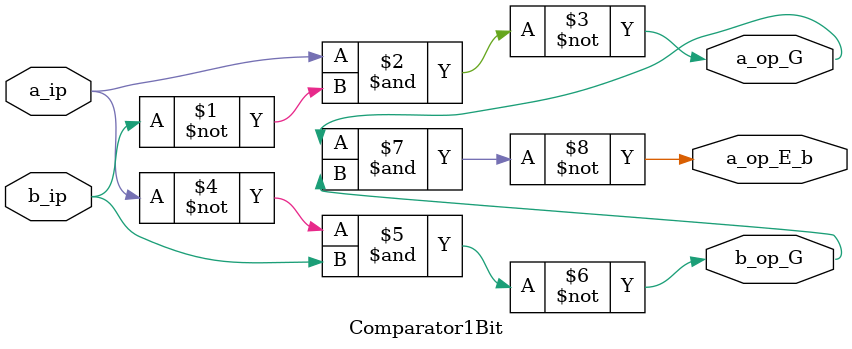
<source format=v>
module Comparator1Bit ( 
a_ip,
b_ip,
a_op_G,
a_op_E_b, b_op_G,
);

input a_ip;
input b_ip; 

output a_op_G; 
output a_op_E_b;
output b_op_G;

nand (a_op_G, a_ip, ~b_ip);
nand (b_op_G, ~a_ip, b_ip);
nand (a_op_E_b, a_op_G, b_op_G);

endmodule


</source>
